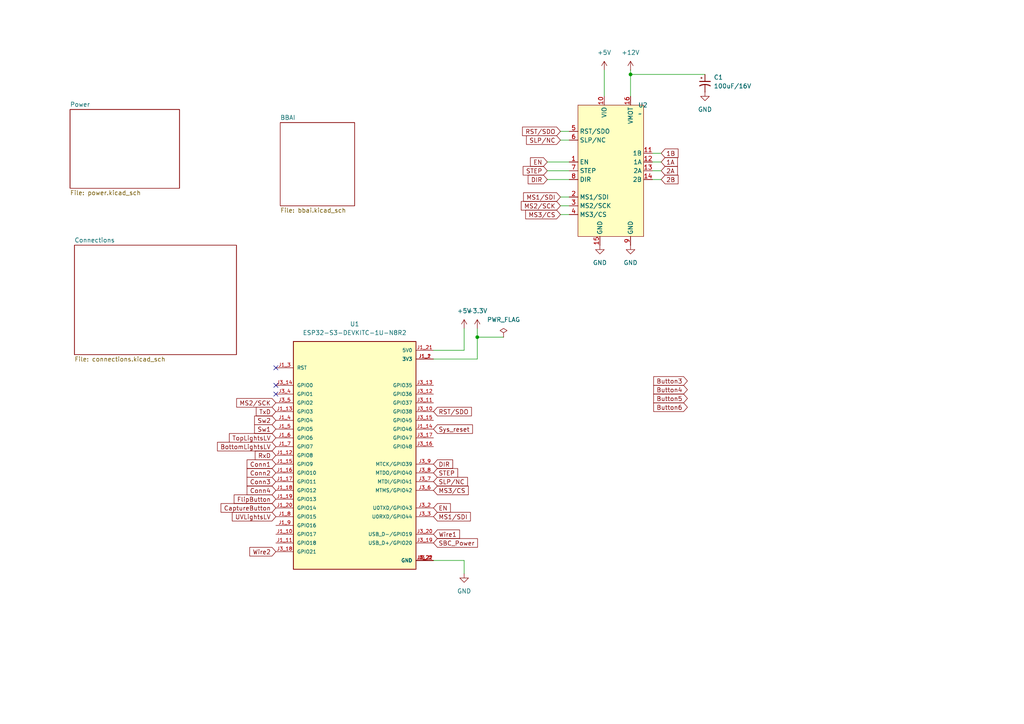
<source format=kicad_sch>
(kicad_sch (version 20231120) (generator "eeschema") (generator_version "8.0")
  (paper "A4")
  (lib_symbols
    (symbol "Custom Library:TMC2130"
      (property "Reference" "U2" (at 7.2741 1.27 0))
      (property "Value" "~" (at 7.2741 -1.27 0))
      (symbol "TMC2130_0_0"
        (pin input line (at -12.7 -15.24 0) (length 2.54) (name "EN") (number "1"))
        (pin power_in line (at -2.54 3.81 270) (length 2.54) (name "VIO") (number "10"))
        (pin output line (at 11.43 -12.7 180) (length 2.54) (name "1B") (number "11"))
        (pin output line (at 11.43 -15.24 180) (length 2.54) (name "1A") (number "12"))
        (pin output line (at 11.43 -17.78 180) (length 2.54) (name "2A") (number "13"))
        (pin output line (at 11.43 -20.32 180) (length 2.54) (name "2B") (number "14"))
        (pin power_in line (at -3.81 -39.37 90) (length 2.54) (name "GND") (number "15"))
        (pin power_in line (at 5.08 3.81 270) (length 2.54) (name "VMOT") (number "16"))
        (pin input line (at -12.7 -17.78 0) (length 2.54) (name "STEP") (number "7"))
        (pin input line (at -12.7 -20.32 0) (length 2.54) (name "DIR") (number "8"))
        (pin power_in line (at 5.08 -39.37 90) (length 2.54) (name "GND") (number "9"))
      )
      (symbol "TMC2130_1_0"
        (pin bidirectional line (at -12.7 -25.4 0) (length 2.54) (name "MS1/SDI") (number "2"))
        (pin bidirectional line (at -12.7 -27.94 0) (length 2.54) (name "MS2/SCK") (number "3"))
        (pin input line (at -12.7 -30.48 0) (length 2.54) (name "MS3/CS") (number "4"))
        (pin bidirectional line (at -12.7 -6.35 0) (length 2.54) (name "RST/SDO") (number "5"))
        (pin passive line (at -12.7 -8.89 0) (length 2.54) (name "SLP/NC") (number "6"))
      )
      (symbol "TMC2130_1_1"
        (rectangle (start -10.16 1.27) (end 8.89 -36.83) (fill (type background)))
      )
    )
    (symbol "Device:C_Polarized_Small_US" (pin_numbers hide) (pin_names (offset 0.254) hide)
      (property "Reference" "C" (at 0.254 1.778 0))
      (property "Value" "C_Polarized_Small_US" (at 0.254 -2.032 0))
      (symbol "C_Polarized_Small_US_0_1"
        (polyline (pts (xy -1.524 0.508) (xy 1.524 0.508)) (stroke (width 0.3048)))
        (polyline (pts (xy -1.27 1.524) (xy -0.762 1.524)))
        (polyline (pts (xy -1.016 1.27) (xy -1.016 1.778)))
        (arc (start 1.524 -0.762) (mid 0 -0.3734) (end -1.524 -0.762) (stroke (width 0.3048)))
      )
      (symbol "C_Polarized_Small_US_1_1"
        (pin passive line (at 0 2.54 270) (length 2.032) (name "~") (number "1"))
        (pin passive line (at 0 -2.54 90) (length 2.032) (name "~") (number "2"))
      )
    )
    (symbol "ESP32-S3-DEVKITC-1U-N8R2:ESP32-S3-DEVKITC-1U-N8R2" (pin_names (offset 1.016))
      (property "Reference" "U" (at -17.78 35.56 0))
      (property "Value" "ESP32-S3-DEVKITC-1U-N8R2" (at -17.78 -35.56 0))
      (symbol "ESP32-S3-DEVKITC-1U-N8R2_0_0"
        (rectangle (start -17.78 -33.02) (end 17.78 33.02) (stroke (width 0.254)) (fill (type background)))
        (pin power_in line (at 22.86 27.94 180) (length 5.08) (name "3V3") (number "J1_1"))
        (pin bidirectional line (at -22.86 -22.86 0) (length 5.08) (name "GPIO17") (number "J1_10"))
        (pin bidirectional line (at -22.86 -25.4 0) (length 5.08) (name "GPIO18") (number "J1_11"))
        (pin bidirectional line (at -22.86 0 0) (length 5.08) (name "GPIO8") (number "J1_12"))
        (pin bidirectional line (at -22.86 12.7 0) (length 5.08) (name "GPIO3") (number "J1_13"))
        (pin bidirectional line (at 22.86 7.62 180) (length 5.08) (name "GPIO46") (number "J1_14"))
        (pin bidirectional line (at -22.86 -2.54 0) (length 5.08) (name "GPIO9") (number "J1_15"))
        (pin bidirectional line (at -22.86 -5.08 0) (length 5.08) (name "GPIO10") (number "J1_16"))
        (pin bidirectional line (at -22.86 -7.62 0) (length 5.08) (name "GPIO11") (number "J1_17"))
        (pin bidirectional line (at -22.86 -10.16 0) (length 5.08) (name "GPIO12") (number "J1_18"))
        (pin bidirectional line (at -22.86 -12.7 0) (length 5.08) (name "GPIO13") (number "J1_19"))
        (pin power_in line (at 22.86 27.94 180) (length 5.08) (name "3V3") (number "J1_2"))
        (pin bidirectional line (at -22.86 -15.24 0) (length 5.08) (name "GPIO14") (number "J1_20"))
        (pin power_in line (at 22.86 30.48 180) (length 5.08) (name "5V0") (number "J1_21"))
        (pin power_in line (at 22.86 -30.48 180) (length 5.08) (name "GND") (number "J1_22"))
        (pin input line (at -22.86 25.4 0) (length 5.08) (name "RST") (number "J1_3"))
        (pin bidirectional line (at -22.86 10.16 0) (length 5.08) (name "GPIO4") (number "J1_4"))
        (pin bidirectional line (at -22.86 7.62 0) (length 5.08) (name "GPIO5") (number "J1_5"))
        (pin bidirectional line (at -22.86 5.08 0) (length 5.08) (name "GPIO6") (number "J1_6"))
        (pin bidirectional line (at -22.86 2.54 0) (length 5.08) (name "GPIO7") (number "J1_7"))
        (pin bidirectional line (at -22.86 -17.78 0) (length 5.08) (name "GPIO15") (number "J1_8"))
        (pin bidirectional line (at -22.86 -20.32 0) (length 5.08) (name "GPIO16") (number "J1_9"))
        (pin power_in line (at 22.86 -30.48 180) (length 5.08) (name "GND") (number "J3_1"))
        (pin bidirectional line (at 22.86 12.7 180) (length 5.08) (name "GPIO38") (number "J3_10"))
        (pin bidirectional line (at 22.86 15.24 180) (length 5.08) (name "GPIO37") (number "J3_11"))
        (pin bidirectional line (at 22.86 17.78 180) (length 5.08) (name "GPIO36") (number "J3_12"))
        (pin bidirectional line (at 22.86 20.32 180) (length 5.08) (name "GPIO35") (number "J3_13"))
        (pin bidirectional line (at -22.86 20.32 0) (length 5.08) (name "GPIO0") (number "J3_14"))
        (pin bidirectional line (at 22.86 10.16 180) (length 5.08) (name "GPIO45") (number "J3_15"))
        (pin bidirectional line (at 22.86 2.54 180) (length 5.08) (name "GPIO48") (number "J3_16"))
        (pin bidirectional line (at 22.86 5.08 180) (length 5.08) (name "GPIO47") (number "J3_17"))
        (pin bidirectional line (at -22.86 -27.94 0) (length 5.08) (name "GPIO21") (number "J3_18"))
        (pin bidirectional line (at 22.86 -25.4 180) (length 5.08) (name "USB_D+/GPIO20") (number "J3_19"))
        (pin bidirectional line (at 22.86 -15.24 180) (length 5.08) (name "U0TXD/GPIO43") (number "J3_2"))
        (pin bidirectional line (at 22.86 -22.86 180) (length 5.08) (name "USB_D-/GPIO19") (number "J3_20"))
        (pin power_in line (at 22.86 -30.48 180) (length 5.08) (name "GND") (number "J3_21"))
        (pin power_in line (at 22.86 -30.48 180) (length 5.08) (name "GND") (number "J3_22"))
        (pin bidirectional line (at 22.86 -17.78 180) (length 5.08) (name "U0RXD/GPIO44") (number "J3_3"))
        (pin bidirectional line (at -22.86 17.78 0) (length 5.08) (name "GPIO1") (number "J3_4"))
        (pin bidirectional line (at -22.86 15.24 0) (length 5.08) (name "GPIO2") (number "J3_5"))
        (pin bidirectional line (at 22.86 -10.16 180) (length 5.08) (name "MTMS/GPIO42") (number "J3_6"))
        (pin bidirectional line (at 22.86 -7.62 180) (length 5.08) (name "MTDI/GPIO41") (number "J3_7"))
        (pin bidirectional line (at 22.86 -5.08 180) (length 5.08) (name "MTDO/GPIO40") (number "J3_8"))
        (pin bidirectional line (at 22.86 -2.54 180) (length 5.08) (name "MTCK/GPIO39") (number "J3_9"))
      )
    )
    (symbol "GND_1" (power) (pin_numbers hide) (pin_names (offset 0) hide)
      (property "Value" "GND" (at 0 -3.81 0))
      (symbol "GND_1_0_1"
        (polyline (pts (xy 0 0) (xy 0 -1.27) (xy 1.27 -1.27) (xy 0 -2.54) (xy -1.27 -1.27) (xy 0 -1.27)))
      )
      (symbol "GND_1_1_1"
        (pin power_in line (at 0 0 270) (length 0) (name "~") (number "1"))
      )
    )
    (symbol "GND_2" (power) (pin_numbers hide) (pin_names (offset 0) hide)
      (property "Value" "GND" (at 0 -3.81 0))
      (symbol "GND_2_0_1"
        (polyline (pts (xy 0 0) (xy 0 -1.27) (xy 1.27 -1.27) (xy 0 -2.54) (xy -1.27 -1.27) (xy 0 -1.27)))
      )
      (symbol "GND_2_1_1"
        (pin power_in line (at 0 0 270) (length 0) (name "~") (number "1"))
      )
    )
    (symbol "power:+12V" (power) (pin_numbers hide) (pin_names (offset 0) hide)
      (property "Value" "+12V" (at 0 3.556 0))
      (symbol "+12V_0_1"
        (polyline (pts (xy -0.762 1.27) (xy 0 2.54)))
        (polyline (pts (xy 0 0) (xy 0 2.54)))
        (polyline (pts (xy 0 2.54) (xy 0.762 1.27)))
      )
      (symbol "+12V_1_1"
        (pin power_in line (at 0 0 90) (length 0) (name "~") (number "1"))
      )
    )
    (symbol "power:+3.3V" (power) (pin_numbers hide) (pin_names (offset 0) hide)
      (property "Value" "+3.3V" (at 0 3.556 0))
      (symbol "+3.3V_0_1"
        (polyline (pts (xy -0.762 1.27) (xy 0 2.54)))
        (polyline (pts (xy 0 0) (xy 0 2.54)))
        (polyline (pts (xy 0 2.54) (xy 0.762 1.27)))
      )
      (symbol "+3.3V_1_1"
        (pin power_in line (at 0 0 90) (length 0) (name "~") (number "1"))
      )
    )
    (symbol "power:+5V" (power) (pin_names (offset 0))
      (property "Value" "+5V" (at 0 3.556 0))
      (symbol "+5V_0_1"
        (polyline (pts (xy -0.762 1.27) (xy 0 2.54)))
        (polyline (pts (xy 0 0) (xy 0 2.54)))
        (polyline (pts (xy 0 2.54) (xy 0.762 1.27)))
      )
      (symbol "+5V_1_1"
        (pin power_in line (at 0 0 90) (length 0) hide (name "+5V") (number "1"))
      )
    )
    (symbol "power:GND" (power) (pin_names (offset 0))
      (property "Value" "GND" (at 0 -3.81 0))
      (symbol "GND_0_1"
        (polyline (pts (xy 0 0) (xy 0 -1.27) (xy 1.27 -1.27) (xy 0 -2.54) (xy -1.27 -1.27) (xy 0 -1.27)))
      )
      (symbol "GND_1_1"
        (pin power_in line (at 0 0 270) (length 0) hide (name "GND") (number "1"))
      )
    )
    (symbol "power:PWR_FLAG" (power) (pin_numbers hide) (pin_names (offset 0) hide)
      (property "Value" "PWR_FLAG" (at 0 3.81 0))
      (symbol "PWR_FLAG_0_0"
        (pin power_out line (at 0 0 90) (length 0) (name "~") (number "1"))
      )
      (symbol "PWR_FLAG_0_1"
        (polyline (pts (xy 0 0) (xy 0 1.27) (xy -1.016 1.905) (xy 0 2.54) (xy 1.016 1.905) (xy 0 1.27)))
      )
    )
  )
  (junction (at 182.88 21.59))
  (junction (at 138.43 97.79))
  (no_connect (at 80.01 106.68))
  (no_connect (at 80.01 114.3))
  (no_connect (at 80.01 111.76))
  (wire (pts (xy 134.62 166.37) (xy 134.62 162.56)))
  (wire (pts (xy 138.43 104.14) (xy 125.73 104.14)))
  (wire (pts (xy 158.75 52.07) (xy 165.1 52.07)))
  (wire (pts (xy 182.88 21.59) (xy 204.47 21.59)))
  (wire (pts (xy 162.56 59.69) (xy 165.1 59.69)))
  (wire (pts (xy 138.43 97.79) (xy 138.43 104.14)))
  (wire (pts (xy 138.43 97.79) (xy 146.05 97.79)))
  (wire (pts (xy 182.88 21.59) (xy 182.88 27.94)))
  (wire (pts (xy 175.26 20.32) (xy 175.26 27.94)))
  (wire (pts (xy 191.77 46.99) (xy 189.23 46.99)))
  (wire (pts (xy 134.62 95.25) (xy 134.62 101.6)))
  (wire (pts (xy 134.62 162.56) (xy 125.73 162.56)))
  (wire (pts (xy 158.75 49.53) (xy 165.1 49.53)))
  (wire (pts (xy 182.88 20.32) (xy 182.88 21.59)))
  (wire (pts (xy 191.77 52.07) (xy 189.23 52.07)))
  (wire (pts (xy 191.77 49.53) (xy 189.23 49.53)))
  (wire (pts (xy 162.56 62.23) (xy 165.1 62.23)))
  (wire (pts (xy 191.77 44.45) (xy 189.23 44.45)))
  (wire (pts (xy 162.56 57.15) (xy 165.1 57.15)))
  (wire (pts (xy 158.75 46.99) (xy 165.1 46.99)))
  (wire (pts (xy 162.56 40.64) (xy 165.1 40.64)))
  (wire (pts (xy 162.56 38.1) (xy 165.1 38.1)))
  (wire (pts (xy 134.62 101.6) (xy 125.73 101.6)))
  (wire (pts (xy 138.43 95.25) (xy 138.43 97.79)))
  (global_label "STEP" (shape input) (at 158.75 49.53 180) (property "Intersheetrefs" "${INTERSHEET_REFS}" (effects (hide yes))))
  (global_label "UVLightsLV" (shape input) (at 80.01 149.86 180) (property "Intersheetrefs" "${INTERSHEET_REFS}" (effects (hide yes))))
  (global_label "1A" (shape input) (at 191.77 46.99 0) (property "Intersheetrefs" "${INTERSHEET_REFS}" (effects (hide yes))))
  (global_label "EN" (shape input) (at 125.73 147.32 0) (property "Intersheetrefs" "${INTERSHEET_REFS}" (effects (hide yes))))
  (global_label "SLP{slash}NC" (shape input) (at 125.73 139.7 0) (property "Intersheetrefs" "${INTERSHEET_REFS}" (effects (hide yes))))
  (global_label "Button5" (shape input) (at 199.39 115.57 180) (property "Intersheetrefs" "${INTERSHEET_REFS}" (effects (hide yes))))
  (global_label "EN" (shape input) (at 158.75 46.99 180) (property "Intersheetrefs" "${INTERSHEET_REFS}" (effects (hide yes))))
  (global_label "TopLightsLV" (shape input) (at 80.01 127 180) (property "Intersheetrefs" "${INTERSHEET_REFS}" (effects (hide yes))))
  (global_label "DIR" (shape input) (at 158.75 52.07 180) (property "Intersheetrefs" "${INTERSHEET_REFS}" (effects (hide yes))))
  (global_label "BottomLightsLV" (shape input) (at 80.01 129.54 180) (property "Intersheetrefs" "${INTERSHEET_REFS}" (effects (hide yes))))
  (global_label "TxD" (shape input) (at 80.01 119.38 180) (property "Intersheetrefs" "${INTERSHEET_REFS}" (effects (hide yes))))
  (global_label "Sw2" (shape input) (at 80.01 121.92 180) (property "Intersheetrefs" "${INTERSHEET_REFS}" (effects (hide yes))))
  (global_label "Button6" (shape input) (at 199.39 118.11 180) (property "Intersheetrefs" "${INTERSHEET_REFS}" (effects (hide yes))))
  (global_label "SLP{slash}NC" (shape input) (at 162.56 40.64 180) (property "Intersheetrefs" "${INTERSHEET_REFS}" (effects (hide yes))))
  (global_label "Sw1" (shape input) (at 80.01 124.46 180) (property "Intersheetrefs" "${INTERSHEET_REFS}" (effects (hide yes))))
  (global_label "MS3{slash}CS" (shape input) (at 162.56 62.23 180) (property "Intersheetrefs" "${INTERSHEET_REFS}" (effects (hide yes))))
  (global_label "Button4" (shape input) (at 199.39 113.03 180) (property "Intersheetrefs" "${INTERSHEET_REFS}" (effects (hide yes))))
  (global_label "FlipButton" (shape input) (at 80.01 144.78 180) (property "Intersheetrefs" "${INTERSHEET_REFS}" (effects (hide yes))))
  (global_label "MS1{slash}SDI" (shape input) (at 162.56 57.15 180) (property "Intersheetrefs" "${INTERSHEET_REFS}" (effects (hide yes))))
  (global_label "Wire2" (shape input) (at 80.01 160.02 180) (property "Intersheetrefs" "${INTERSHEET_REFS}" (effects (hide yes))))
  (global_label "MS2{slash}SCK" (shape input) (at 80.01 116.84 180) (property "Intersheetrefs" "${INTERSHEET_REFS}" (effects (hide yes))))
  (global_label "MS3{slash}CS" (shape input) (at 125.73 142.24 0) (property "Intersheetrefs" "${INTERSHEET_REFS}" (effects (hide yes))))
  (global_label "DIR" (shape input) (at 125.73 134.62 0) (property "Intersheetrefs" "${INTERSHEET_REFS}" (effects (hide yes))))
  (global_label "1B" (shape input) (at 191.77 44.45 0) (property "Intersheetrefs" "${INTERSHEET_REFS}" (effects (hide yes))))
  (global_label "RxD" (shape input) (at 80.01 132.08 180) (property "Intersheetrefs" "${INTERSHEET_REFS}" (effects (hide yes))))
  (global_label "Conn2" (shape input) (at 80.01 137.16 180) (property "Intersheetrefs" "${INTERSHEET_REFS}" (effects (hide yes))))
  (global_label "CaptureButton" (shape input) (at 80.01 147.32 180) (property "Intersheetrefs" "${INTERSHEET_REFS}" (effects (hide yes))))
  (global_label "2A" (shape input) (at 191.77 49.53 0) (property "Intersheetrefs" "${INTERSHEET_REFS}" (effects (hide yes))))
  (global_label "STEP" (shape input) (at 125.73 137.16 0) (property "Intersheetrefs" "${INTERSHEET_REFS}" (effects (hide yes))))
  (global_label "Sys_reset" (shape input) (at 125.73 124.46 0) (property "Intersheetrefs" "${INTERSHEET_REFS}" (effects (hide yes))))
  (global_label "Conn3" (shape input) (at 80.01 139.7 180) (property "Intersheetrefs" "${INTERSHEET_REFS}" (effects (hide yes))))
  (global_label "MS1{slash}SDI" (shape input) (at 125.73 149.86 0) (property "Intersheetrefs" "${INTERSHEET_REFS}" (effects (hide yes))))
  (global_label "Wire1" (shape input) (at 125.73 154.94 0) (property "Intersheetrefs" "${INTERSHEET_REFS}" (effects (hide yes))))
  (global_label "Button3" (shape input) (at 199.39 110.49 180) (property "Intersheetrefs" "${INTERSHEET_REFS}" (effects (hide yes))))
  (global_label "SBC_Power" (shape input) (at 125.73 157.48 0) (property "Intersheetrefs" "${INTERSHEET_REFS}" (effects (hide yes))))
  (global_label "MS2{slash}SCK" (shape input) (at 162.56 59.69 180) (property "Intersheetrefs" "${INTERSHEET_REFS}" (effects (hide yes))))
  (global_label "RST{slash}SDO" (shape input) (at 162.56 38.1 180) (property "Intersheetrefs" "${INTERSHEET_REFS}" (effects (hide yes))))
  (global_label "Conn1" (shape input) (at 80.01 134.62 180) (property "Intersheetrefs" "${INTERSHEET_REFS}" (effects (hide yes))))
  (global_label "RST{slash}SDO" (shape input) (at 125.73 119.38 0) (property "Intersheetrefs" "${INTERSHEET_REFS}" (effects (hide yes))))
  (global_label "2B" (shape input) (at 191.77 52.07 0) (property "Intersheetrefs" "${INTERSHEET_REFS}" (effects (hide yes))))
  (global_label "Conn4" (shape input) (at 80.01 142.24 180) (property "Intersheetrefs" "${INTERSHEET_REFS}" (effects (hide yes))))
  (symbol (lib_id "power:+12V") (at 182.88 20.32 0) (unit 1)
    (property "Reference" "#PWR06" (effects (hide yes)))
    (property "Value" "+12V" (at 182.88 15.24 0))
    (property "Description" "Power symbol creates a global label with name \"+12V\"" (effects (hide yes)))
  )
  (symbol (lib_id "power:PWR_FLAG") (at 146.05 97.79 0) (unit 1)
    (property "Reference" "#FLG01" (effects (hide yes)))
    (property "Value" "PWR_FLAG" (at 146.05 92.71 0))
    (property "Description" "Special symbol for telling ERC where power comes from" (effects (hide yes)))
  )
  (symbol (lib_id "Custom Library:TMC2130") (at 177.8 31.75 0) (unit 1)
    (property "Reference" "U2" (at 185.0741 30.48 0) (effects (justify left)))
    (property "Value" "~" (at 185.0741 33.02 0) (effects (justify left)))
    (property "Footprint" "Module:Pololu_Breakout-16_15.2x20.3mm" (effects (hide yes)))
  )
  (symbol (lib_id "power:+3.3V") (at 138.43 95.25 0) (unit 1)
    (property "Reference" "#PWR03" (effects (hide yes)))
    (property "Value" "+3.3V" (at 138.43 90.17 0))
    (property "Description" "Power symbol creates a global label with name \"+3.3V\"" (effects (hide yes)))
  )
  (symbol (lib_id "power:GND") (at 134.62 166.37 0) (unit 1)
    (property "Reference" "#PWR02" (effects (hide yes)))
    (property "Value" "GND" (at 134.62 171.45 0))
  )
  (symbol (lib_name "GND_1") (lib_id "power:GND") (at 182.88 71.12 0) (unit 1)
    (property "Reference" "#PWR07" (effects (hide yes)))
    (property "Value" "GND" (at 182.88 76.2 0))
    (property "Description" "Power symbol creates a global label with name \"GND\" , ground" (effects (hide yes)))
  )
  (symbol (lib_name "GND_1") (lib_id "power:GND") (at 173.99 71.12 0) (unit 1)
    (property "Reference" "#PWR04" (effects (hide yes)))
    (property "Value" "GND" (at 173.99 76.2 0))
    (property "Description" "Power symbol creates a global label with name \"GND\" , ground" (effects (hide yes)))
  )
  (symbol (lib_id "ESP32-S3-DEVKITC-1U-N8R2:ESP32-S3-DEVKITC-1U-N8R2") (at 102.87 132.08 0) (unit 1)
    (property "Reference" "U1" (at 102.87 93.98 0))
    (property "Value" "ESP32-S3-DEVKITC-1U-N8R2" (at 102.87 96.52 0))
    (property "Footprint" "ESP32-S3-DEVKITC-1-N8R2:XCVR_ESP32-S3-DEVKITC-1-N8R2" (effects (hide yes)))
    (property "Description" "\nWiFi Development Tools - 802.11 ESP32-S3 Gen-Purpose Dev Bd, embeds ESP32-S3-WROOM-1U-N8R2, 8 MB Quad Flash, 2 MB Quad PSRAM, IPEX antenna connector, w/ Pin Header\n" (effects (hide yes)))
    (property "MF" "Espressif Systems" (effects (hide yes)))
    (property "MAXIMUM_PACKAGE_HEIGHT" "10.69mm" (effects (hide yes)))
    (property "Package" "None" (effects (hide yes)))
    (property "Price" "None" (effects (hide yes)))
    (property "Check_prices" "https://www.snapeda.com/parts/ESP32-S3-DEVKITC-1U-N8R2/Espressif+Systems/view-part/?ref=eda" (effects (hide yes)))
    (property "STANDARD" "Manufacturer Recommendations" (effects (hide yes)))
    (property "PARTREV" "5.3" (effects (hide yes)))
    (property "SnapEDA_Link" "https://www.snapeda.com/parts/ESP32-S3-DEVKITC-1U-N8R2/Espressif+Systems/view-part/?ref=snap" (effects (hide yes)))
    (property "MP" "ESP32-S3-DEVKITC-1U-N8R2" (effects (hide yes)))
    (property "Purchase-URL" "https://www.snapeda.com/api/url_track_click_mouser/?unipart_id=12089198&manufacturer=Espressif Systems&part_name=ESP32-S3-DEVKITC-1U-N8R2&search_term=esp32-s3-devkitc-1u" (effects (hide yes)))
    (property "Availability" "In Stock" (effects (hide yes)))
    (property "MANUFACTURER" "Espressif" (effects (hide yes)))
  )
  (symbol (lib_id "power:+5V") (at 134.62 95.25 0) (unit 1)
    (property "Reference" "#PWR01" (effects (hide yes)))
    (property "Value" "+5V" (at 134.62 90.17 0))
  )
  (symbol (lib_name "GND_2") (lib_id "power:GND") (at 204.47 26.67 0) (unit 1)
    (property "Reference" "#PWR08" (effects (hide yes)))
    (property "Value" "GND" (at 204.47 31.75 0))
    (property "Description" "Power symbol creates a global label with name \"GND\" , ground" (effects (hide yes)))
  )
  (symbol (lib_id "power:+5V") (at 175.26 20.32 0) (unit 1)
    (property "Reference" "#PWR05" (effects (hide yes)))
    (property "Value" "+5V" (at 175.26 15.24 0))
  )
  (symbol (lib_id "Device:C_Polarized_Small_US") (at 204.47 24.13 0) (unit 1)
    (property "Reference" "C1" (at 207.01 22.4281 0) (effects (justify left)))
    (property "Value" "100uF/16V" (at 207.01 24.9681 0) (effects (justify left)))
    (property "Footprint" "Capacitor_SMD:CP_Elec_6.3x5.9" (effects (hide yes)))
    (property "Description" "865080343009" (effects (hide yes)))
  )
  (sheet (at 21.59 71.12) (size 46.99 31.75) (stroke (width 0.1524))
    (property "Sheetname" "Connections" (at 21.59 70.4084 0) (effects (justify left bottom)))
    (property "Sheetfile" "connections.kicad_sch" (at 21.59 103.4546 0) (effects (justify left top)))
  )
  (sheet (at 20.32 31.75) (size 31.75 22.86) (stroke (width 0.1524))
    (property "Sheetname" "Power" (at 20.32 31.0384 0) (effects (justify left bottom)))
    (property "Sheetfile" "power.kicad_sch" (at 20.32 55.1946 0) (effects (justify left top)))
  )
  (sheet (at 81.28 35.56) (size 21.59 24.13) (stroke (width 0.1524))
    (property "Sheetname" "BBAI" (at 81.28 34.8484 0) (effects (justify left bottom)))
    (property "Sheetfile" "bbai.kicad_sch" (at 81.28 60.2746 0) (effects (justify left top)))
  )
)
</source>
